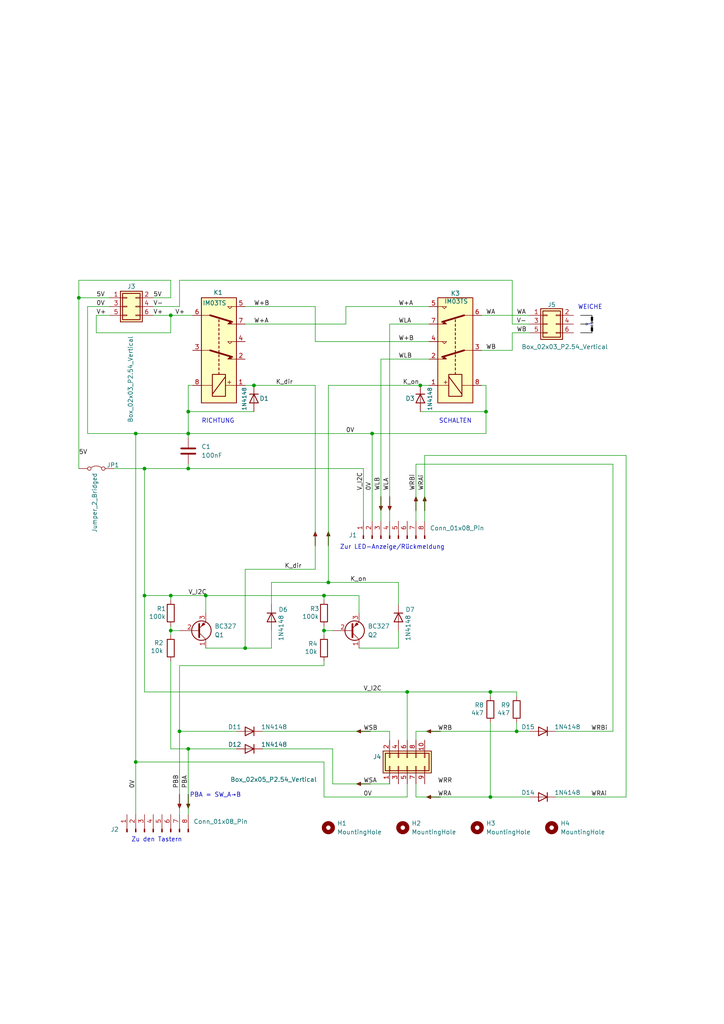
<source format=kicad_sch>
(kicad_sch (version 20231120) (generator "eeschema") (generator_version "8.0")
  (paper "A4" portrait)
  (title_block (date "2024-11-24"))
  (lib_symbols
    (symbol "Connector:Conn_01x08_Pin" (pin_names (offset 1.016) hide)
      (property "Reference" "J" (at 0 10.16 0))
      (property "Value" "Conn_01x08_Pin" (at 0 -12.7 0))
      (symbol "Conn_01x08_Pin_1_1"
        (polyline (pts (xy 1.27 -10.16) (xy 0.8636 -10.16)) (stroke (width 0.1524)))
        (polyline (pts (xy 1.27 -7.62) (xy 0.8636 -7.62)) (stroke (width 0.1524)))
        (polyline (pts (xy 1.27 -5.08) (xy 0.8636 -5.08)) (stroke (width 0.1524)))
        (polyline (pts (xy 1.27 -2.54) (xy 0.8636 -2.54)) (stroke (width 0.1524)))
        (polyline (pts (xy 1.27 0) (xy 0.8636 0)) (stroke (width 0.1524)))
        (polyline (pts (xy 1.27 2.54) (xy 0.8636 2.54)) (stroke (width 0.1524)))
        (polyline (pts (xy 1.27 5.08) (xy 0.8636 5.08)) (stroke (width 0.1524)))
        (polyline (pts (xy 1.27 7.62) (xy 0.8636 7.62)) (stroke (width 0.1524)))
        (rectangle (start 0.8636 -10.033) (end 0 -10.287) (stroke (width 0.1524)) (fill (type outline)))
        (rectangle (start 0.8636 -7.493) (end 0 -7.747) (stroke (width 0.1524)) (fill (type outline)))
        (rectangle (start 0.8636 -4.953) (end 0 -5.207) (stroke (width 0.1524)) (fill (type outline)))
        (rectangle (start 0.8636 -2.413) (end 0 -2.667) (stroke (width 0.1524)) (fill (type outline)))
        (rectangle (start 0.8636 0.127) (end 0 -0.127) (stroke (width 0.1524)) (fill (type outline)))
        (rectangle (start 0.8636 2.667) (end 0 2.413) (stroke (width 0.1524)) (fill (type outline)))
        (rectangle (start 0.8636 5.207) (end 0 4.953) (stroke (width 0.1524)) (fill (type outline)))
        (rectangle (start 0.8636 7.747) (end 0 7.493) (stroke (width 0.1524)) (fill (type outline)))
        (pin passive line (at 5.08 7.62 180) (length 3.81) (name "Pin_1") (number "1"))
        (pin passive line (at 5.08 5.08 180) (length 3.81) (name "Pin_2") (number "2"))
        (pin passive line (at 5.08 2.54 180) (length 3.81) (name "Pin_3") (number "3"))
        (pin passive line (at 5.08 0 180) (length 3.81) (name "Pin_4") (number "4"))
        (pin passive line (at 5.08 -2.54 180) (length 3.81) (name "Pin_5") (number "5"))
        (pin passive line (at 5.08 -5.08 180) (length 3.81) (name "Pin_6") (number "6"))
        (pin passive line (at 5.08 -7.62 180) (length 3.81) (name "Pin_7") (number "7"))
        (pin passive line (at 5.08 -10.16 180) (length 3.81) (name "Pin_8") (number "8"))
      )
    )
    (symbol "Device:C" (pin_numbers hide) (pin_names (offset 0.254))
      (property "Reference" "C" (at 0.635 2.54 0))
      (property "Value" "C" (at 0.635 -2.54 0))
      (symbol "C_0_1"
        (polyline (pts (xy -2.032 -0.762) (xy 2.032 -0.762)) (stroke (width 0.508)))
        (polyline (pts (xy -2.032 0.762) (xy 2.032 0.762)) (stroke (width 0.508)))
      )
      (symbol "C_1_1"
        (pin passive line (at 0 3.81 270) (length 2.794) (name "~") (number "1"))
        (pin passive line (at 0 -3.81 90) (length 2.794) (name "~") (number "2"))
      )
    )
    (symbol "Device:R" (pin_numbers hide) (pin_names (offset 0))
      (property "Reference" "R" (at 2.032 0 90))
      (property "Value" "R" (at 0 0 90))
      (symbol "R_0_1"
        (rectangle (start -1.016 -2.54) (end 1.016 2.54) (stroke (width 0.254)))
      )
      (symbol "R_1_1"
        (pin passive line (at 0 3.81 270) (length 1.27) (name "~") (number "1"))
        (pin passive line (at 0 -3.81 90) (length 1.27) (name "~") (number "2"))
      )
    )
    (symbol "Diode:1N4148" (pin_numbers hide) (pin_names hide)
      (property "Reference" "D" (at 0 2.54 0))
      (property "Value" "1N4148" (at 0 -2.54 0))
      (symbol "1N4148_0_1"
        (polyline (pts (xy -1.27 1.27) (xy -1.27 -1.27)) (stroke (width 0.254)))
        (polyline (pts (xy 1.27 0) (xy -1.27 0)))
        (polyline (pts (xy 1.27 1.27) (xy 1.27 -1.27) (xy -1.27 0) (xy 1.27 1.27)) (stroke (width 0.254)))
      )
      (symbol "1N4148_1_1"
        (pin passive line (at -3.81 0 0) (length 2.54) (name "K") (number "1"))
        (pin passive line (at 3.81 0 180) (length 2.54) (name "A") (number "2"))
      )
    )
    (symbol "Graphic:SYM_Arrow_Small" (in_bom no) (on_board no)
      (symbol "SYM_Arrow_Small_0_1"
        (polyline (pts (xy 1.524 0) (xy -2.032 0)) (stroke (width 0.254)))
        (polyline (pts (xy 2.032 0) (xy 0.762 -0.508) (xy 0.762 0.508) (xy 2.032 0)) (fill (type outline)))
      )
    )
    (symbol "Jumper:Jumper_2_Bridged" (pin_numbers hide) (pin_names (offset 0) hide) (exclude_from_sim yes)
      (property "Reference" "JP" (at 0 1.905 0))
      (property "Value" "Jumper_2_Bridged" (at 0 -2.54 0))
      (symbol "Jumper_2_Bridged_0_0"
        (circle (center -2.032 0) (radius 0.508))
        (circle (center 2.032 0) (radius 0.508))
      )
      (symbol "Jumper_2_Bridged_0_1"
        (arc (start 1.524 0.254) (mid 0 0.762) (end -1.524 0.254))
      )
      (symbol "Jumper_2_Bridged_1_1"
        (pin passive line (at -5.08 0 0) (length 2.54) (name "A") (number "1"))
        (pin passive line (at 5.08 0 180) (length 2.54) (name "B") (number "2"))
      )
    )
    (symbol "Relay:IM03"
      (property "Reference" "K" (at 16.51 3.81 0))
      (property "Value" "IM03" (at 16.51 1.27 0))
      (symbol "IM03_0_0"
        (text "+" (at -9.271 2.921 0) (effects (font (size 1.27 1.27))))
      )
      (symbol "IM03_0_1"
        (rectangle (start -15.24 5.08) (end 15.24 -5.08) (stroke (width 0.254)) (fill (type background)))
        (rectangle (start -13.335 1.905) (end -6.985 -1.905) (stroke (width 0.254)))
        (polyline (pts (xy -12.7 -1.905) (xy -7.62 1.905)) (stroke (width 0.254)))
        (polyline (pts (xy -10.16 -5.08) (xy -10.16 -1.905)))
        (polyline (pts (xy -10.16 5.08) (xy -10.16 1.905)))
        (polyline (pts (xy -6.985 0) (xy -6.35 0)) (stroke (width 0.254)))
        (polyline (pts (xy -5.715 0) (xy -5.08 0)) (stroke (width 0.254)))
        (polyline (pts (xy -4.445 0) (xy -3.81 0)) (stroke (width 0.254)))
        (polyline (pts (xy -3.175 0) (xy -2.54 0)) (stroke (width 0.254)))
        (polyline (pts (xy -1.905 0) (xy -1.27 0)) (stroke (width 0.254)))
        (polyline (pts (xy -0.635 0) (xy 0 0)) (stroke (width 0.254)))
        (polyline (pts (xy 0 -2.54) (xy -1.905 3.81)) (stroke (width 0.508)))
        (polyline (pts (xy 0 -2.54) (xy 0 -5.08)))
        (polyline (pts (xy 0.635 0) (xy 1.27 0)) (stroke (width 0.254)))
        (polyline (pts (xy 1.905 0) (xy 2.54 0)) (stroke (width 0.254)))
        (polyline (pts (xy 3.175 0) (xy 3.81 0)) (stroke (width 0.254)))
        (polyline (pts (xy 4.445 0) (xy 5.08 0)) (stroke (width 0.254)))
        (polyline (pts (xy 5.715 0) (xy 6.35 0)) (stroke (width 0.254)))
        (polyline (pts (xy 6.985 0) (xy 7.62 0)) (stroke (width 0.254)))
        (polyline (pts (xy 8.255 0) (xy 8.89 0)) (stroke (width 0.254)))
        (polyline (pts (xy 10.16 -2.54) (xy 8.255 3.81)) (stroke (width 0.508)))
        (polyline (pts (xy 10.16 -2.54) (xy 10.16 -5.08)))
        (polyline (pts (xy -2.54 5.08) (xy -2.54 2.54) (xy -1.905 3.175) (xy -2.54 3.81)) (fill (type outline)))
        (polyline (pts (xy 2.54 5.08) (xy 2.54 2.54) (xy 1.905 3.175) (xy 2.54 3.81)))
        (polyline (pts (xy 7.62 5.08) (xy 7.62 2.54) (xy 8.255 3.175) (xy 7.62 3.81)) (fill (type outline)))
        (polyline (pts (xy 12.7 5.08) (xy 12.7 2.54) (xy 12.065 3.175) (xy 12.7 3.81)))
      )
      (symbol "IM03_1_1"
        (pin passive line (at -10.16 7.62 270) (length 2.54) (name "~") (number "1"))
        (pin passive line (at -2.54 7.62 270) (length 2.54) (name "~") (number "2"))
        (pin passive line (at 0 -7.62 90) (length 2.54) (name "~") (number "3"))
        (pin passive line (at 2.54 7.62 270) (length 2.54) (name "~") (number "4"))
        (pin passive line (at 12.7 7.62 270) (length 2.54) (name "~") (number "5"))
        (pin passive line (at 10.16 -7.62 90) (length 2.54) (name "~") (number "6"))
        (pin passive line (at 7.62 7.62 270) (length 2.54) (name "~") (number "7"))
        (pin passive line (at -10.16 -7.62 90) (length 2.54) (name "~") (number "8"))
      )
    )
    (symbol "Transistor_BJT:BC327" (pin_names (offset 0) hide)
      (property "Reference" "Q" (at 5.08 1.905 0))
      (property "Value" "BC327" (at 5.08 0 0))
      (symbol "BC327_0_1"
        (polyline (pts (xy 0.635 0.635) (xy 2.54 2.54)))
        (polyline (pts (xy 0.635 -0.635) (xy 2.54 -2.54) (xy 2.54 -2.54)))
        (polyline (pts (xy 0.635 1.905) (xy 0.635 -1.905) (xy 0.635 -1.905)) (stroke (width 0.508)))
        (polyline (pts (xy 2.286 -1.778) (xy 1.778 -2.286) (xy 1.27 -1.27) (xy 2.286 -1.778) (xy 2.286 -1.778)) (fill (type outline)))
        (circle (center 1.27 0) (radius 2.8194) (stroke (width 0.254)))
      )
      (symbol "BC327_1_1"
        (pin passive line (at 2.54 5.08 270) (length 2.54) (name "C") (number "1"))
        (pin input line (at -5.08 0 0) (length 5.715) (name "B") (number "2"))
        (pin passive line (at 2.54 -5.08 90) (length 2.54) (name "E") (number "3"))
      )
    )
    (symbol "_kh_library:Box_02x03_P2.54_Vertical" (pin_names (offset 1.016) hide)
      (property "Reference" "J" (at 1.27 5.588 0))
      (property "Value" "Box_02x03_P2.54_Vertical" (at 1.27 -6.35 0))
      (symbol "Box_02x03_P2.54_Vertical_1_1"
        (rectangle (start -1.905 4.445) (end 4.445 -4.445) (stroke (width 0.254)) (fill (type background)))
        (rectangle (start -1.27 -2.413) (end 0 -2.667) (stroke (width 0.1524)))
        (rectangle (start -1.27 0.127) (end 0 -0.127) (stroke (width 0.1524)))
        (rectangle (start -1.27 2.667) (end 0 2.413) (stroke (width 0.1524)))
        (rectangle (start -1.27 3.81) (end 3.81 -3.81) (stroke (width 0.254)) (fill (type background)))
        (rectangle (start 3.81 -2.413) (end 2.54 -2.667) (stroke (width 0.1524)))
        (rectangle (start 3.81 0.127) (end 2.54 -0.127) (stroke (width 0.1524)))
        (rectangle (start 3.81 2.667) (end 2.54 2.413) (stroke (width 0.1524)))
        (pin passive line (at -5.08 2.54 0) (length 3.81) (name "Pin_1") (number "1"))
        (pin passive line (at 7.62 2.54 180) (length 3.81) (name "Pin_2") (number "2"))
        (pin passive line (at -5.08 0 0) (length 3.81) (name "Pin_3") (number "3"))
        (pin passive line (at 7.62 0 180) (length 3.81) (name "Pin_4") (number "4"))
        (pin passive line (at -5.08 -2.54 0) (length 3.81) (name "Pin_5") (number "5"))
        (pin passive line (at 7.62 -2.54 180) (length 3.81) (name "Pin_6") (number "6"))
      )
    )
    (symbol "_kh_library:Box_02x05_P2.54_Vertical" (pin_names (offset 1.016) hide)
      (property "Reference" "J" (at 1.27 5.588 0))
      (property "Value" "Box_02x05_P2.54_Vertical" (at 1.27 -11.176 0))
      (symbol "Box_02x05_P2.54_Vertical_1_1"
        (rectangle (start -1.905 4.445) (end 4.445 -9.525) (stroke (width 0.254)) (fill (type background)))
        (rectangle (start -1.27 -7.493) (end 0 -7.747) (stroke (width 0.1524)))
        (rectangle (start -1.27 -4.953) (end 0 -5.207) (stroke (width 0.1524)))
        (rectangle (start -1.27 -2.413) (end 0 -2.667) (stroke (width 0.1524)))
        (rectangle (start -1.27 0.127) (end 0 -0.127) (stroke (width 0.1524)))
        (rectangle (start -1.27 2.667) (end 0 2.413) (stroke (width 0.1524)))
        (rectangle (start -1.27 3.81) (end 3.81 -8.89) (stroke (width 0.254)) (fill (type background)))
        (rectangle (start 2.54 -7.493) (end 3.81 -7.747) (stroke (width 0.1524)))
        (rectangle (start 2.54 -4.953) (end 3.81 -5.207) (stroke (width 0.1524)))
        (rectangle (start 2.54 -2.413) (end 3.81 -2.667) (stroke (width 0.1524)))
        (rectangle (start 3.81 0.127) (end 2.54 -0.127) (stroke (width 0.1524)))
        (rectangle (start 3.81 2.667) (end 2.54 2.413) (stroke (width 0.1524)))
        (pin passive line (at -5.08 2.54 0) (length 3.81) (name "Pin_1") (number "1"))
        (pin passive line (at 7.62 -7.62 180) (length 3.81) (name "Pin_10") (number "10"))
        (pin passive line (at 7.62 2.54 180) (length 3.81) (name "Pin_2") (number "2"))
        (pin passive line (at -5.08 0 0) (length 3.81) (name "Pin_3") (number "3"))
        (pin passive line (at 7.62 0 180) (length 3.81) (name "Pin_4") (number "4"))
        (pin passive line (at -5.08 -2.54 0) (length 3.81) (name "Pin_5") (number "5"))
        (pin passive line (at 7.62 -2.54 180) (length 3.81) (name "Pin_6") (number "6"))
        (pin passive line (at -5.08 -5.08 0) (length 3.81) (name "Pin_7") (number "7"))
        (pin passive line (at 7.62 -5.08 180) (length 3.81) (name "Pin_8") (number "8"))
        (pin passive line (at -5.08 -7.62 0) (length 3.81) (name "Pin_9") (number "9"))
      )
    )
    (symbol "_kh_library:MountingHole" (pin_names (offset 1.016)) (exclude_from_sim yes) (in_bom no)
      (property "Reference" "H" (at 0 5.08 0))
      (property "Value" "MountingHole" (at 0 3.175 0))
      (symbol "MountingHole_0_1"
        (circle (center 0 0) (radius 1.27) (stroke (width 1.27)))
      )
    )
  )
  (junction (at 142.24 200.66))
  (junction (at 49.53 182.88))
  (junction (at 52.07 212.09))
  (junction (at 121.92 111.76))
  (junction (at 73.66 111.76))
  (junction (at 49.53 172.72))
  (junction (at 93.98 182.88))
  (junction (at 39.37 125.73))
  (junction (at 54.61 119.38))
  (junction (at 142.24 231.14))
  (junction (at 71.12 187.96))
  (junction (at 140.97 119.38))
  (junction (at 54.61 135.89))
  (junction (at 118.11 200.66))
  (junction (at 149.86 212.09))
  (junction (at 39.37 220.98))
  (junction (at 107.95 125.73))
  (junction (at 59.69 172.72))
  (junction (at 93.98 172.72))
  (junction (at 95.25 168.91))
  (junction (at 49.53 91.44))
  (junction (at 54.61 125.73))
  (junction (at 41.91 135.89))
  (junction (at 22.86 86.36))
  (junction (at 41.91 172.72))
  (junction (at 54.61 217.17))
  (wire (pts (xy 161.29 231.14) (xy 181.61 231.14)))
  (wire (pts (xy 54.61 111.76) (xy 55.88 111.76)))
  (wire (pts (xy 91.44 111.76) (xy 73.66 111.76)))
  (wire (pts (xy 44.45 91.44) (xy 49.53 91.44)))
  (wire (pts (xy 104.14 187.96) (xy 115.57 187.96)))
  (wire (pts (xy 104.14 172.72) (xy 104.14 177.8)))
  (wire (pts (xy 25.4 88.9) (xy 25.4 125.73)))
  (wire (pts (xy 149.86 200.66) (xy 142.24 200.66)))
  (wire (pts (xy 148.59 93.98) (xy 153.67 93.98)))
  (wire (pts (xy 78.74 168.91) (xy 95.25 168.91)))
  (wire (pts (xy 113.03 93.98) (xy 124.46 93.98)))
  (wire (pts (xy 149.86 212.09) (xy 153.67 212.09)))
  (wire (pts (xy 41.91 172.72) (xy 49.53 172.72)))
  (wire (pts (xy 120.65 231.14) (xy 120.65 227.33)))
  (wire (pts (xy 52.07 212.09) (xy 52.07 236.22)))
  (wire (pts (xy 120.65 212.09) (xy 149.86 212.09)))
  (wire (pts (xy 39.37 236.22) (xy 39.37 220.98)))
  (wire (pts (xy 76.2 217.17) (xy 96.52 217.17)))
  (wire (pts (xy 71.12 165.1) (xy 71.12 187.96)))
  (wire (pts (xy 59.69 187.96) (xy 71.12 187.96)))
  (wire (pts (xy 118.11 231.14) (xy 118.11 227.33)))
  (wire (pts (xy 25.4 88.9) (xy 31.75 88.9)))
  (wire (pts (xy 49.53 81.28) (xy 22.86 81.28)))
  (wire (pts (xy 27.94 91.44) (xy 27.94 96.52)))
  (wire (pts (xy 22.86 86.36) (xy 22.86 135.89)))
  (wire (pts (xy 71.12 93.98) (xy 100.33 93.98)))
  (wire (pts (xy 59.69 172.72) (xy 59.69 177.8)))
  (wire (pts (xy 124.46 99.06) (xy 91.44 99.06)))
  (wire (pts (xy 76.2 212.09) (xy 113.03 212.09)))
  (wire (pts (xy 93.98 231.14) (xy 118.11 231.14)))
  (wire (pts (xy 121.92 119.38) (xy 140.97 119.38)))
  (wire (pts (xy 115.57 182.88) (xy 115.57 187.96)))
  (wire (pts (xy 49.53 91.44) (xy 55.88 91.44)))
  (wire (pts (xy 39.37 125.73) (xy 39.37 220.98)))
  (polyline (pts (xy 170.18 91.44) (xy 171.704 91.44)) (stroke (width 0) (color 0 0 0 1)))
  (wire (pts (xy 52.07 212.09) (xy 68.58 212.09)))
  (wire (pts (xy 27.94 96.52) (xy 49.53 96.52)))
  (wire (pts (xy 123.19 132.08) (xy 123.19 151.13)))
  (wire (pts (xy 52.07 193.04) (xy 93.98 193.04)))
  (wire (pts (xy 181.61 132.08) (xy 181.61 231.14)))
  (wire (pts (xy 113.03 93.98) (xy 113.03 151.13)))
  (wire (pts (xy 93.98 182.88) (xy 93.98 184.15)))
  (wire (pts (xy 91.44 99.06) (xy 91.44 88.9)))
  (wire (pts (xy 68.58 217.17) (xy 54.61 217.17)))
  (wire (pts (xy 118.11 200.66) (xy 142.24 200.66)))
  (wire (pts (xy 27.94 91.44) (xy 31.75 91.44)))
  (wire (pts (xy 41.91 135.89) (xy 54.61 135.89)))
  (wire (pts (xy 110.49 104.14) (xy 124.46 104.14)))
  (wire (pts (xy 73.66 119.38) (xy 54.61 119.38)))
  (wire (pts (xy 118.11 200.66) (xy 118.11 214.63)))
  (wire (pts (xy 93.98 220.98) (xy 93.98 231.14)))
  (wire (pts (xy 93.98 172.72) (xy 104.14 172.72)))
  (wire (pts (xy 93.98 182.88) (xy 96.52 182.88)))
  (wire (pts (xy 49.53 172.72) (xy 49.53 173.99)))
  (wire (pts (xy 96.52 227.33) (xy 113.03 227.33)))
  (wire (pts (xy 54.61 127) (xy 54.61 125.73)))
  (polyline (pts (xy 170.434 93.98) (xy 171.958 93.726)))
  (wire (pts (xy 93.98 181.61) (xy 93.98 182.88)))
  (wire (pts (xy 41.91 200.66) (xy 118.11 200.66)))
  (polyline (pts (xy 171.704 96.52) (xy 171.704 94.742)) (stroke (width 0) (color 0 0 0 1)))
  (wire (pts (xy 95.25 111.76) (xy 121.92 111.76)))
  (wire (pts (xy 105.41 135.89) (xy 105.41 151.13)))
  (wire (pts (xy 95.25 111.76) (xy 95.25 168.91)))
  (wire (pts (xy 44.45 88.9) (xy 52.07 88.9)))
  (wire (pts (xy 140.97 111.76) (xy 139.7 111.76)))
  (wire (pts (xy 39.37 220.98) (xy 93.98 220.98)))
  (wire (pts (xy 49.53 191.77) (xy 49.53 217.17)))
  (wire (pts (xy 148.59 81.28) (xy 148.59 93.98)))
  (wire (pts (xy 161.29 212.09) (xy 177.8 212.09)))
  (polyline (pts (xy 171.704 91.44) (xy 171.704 93.218)) (stroke (width 0) (color 0 0 0 1)))
  (wire (pts (xy 177.8 134.62) (xy 177.8 212.09)))
  (wire (pts (xy 110.49 151.13) (xy 110.49 104.14)))
  (wire (pts (xy 71.12 165.1) (xy 91.44 165.1)))
  (wire (pts (xy 120.65 134.62) (xy 120.65 151.13)))
  (wire (pts (xy 54.61 125.73) (xy 107.95 125.73)))
  (wire (pts (xy 142.24 231.14) (xy 153.67 231.14)))
  (polyline (pts (xy 168.402 91.44) (xy 170.18 91.44)) (stroke (width 0) (color 0 0 0 1)))
  (wire (pts (xy 95.25 168.91) (xy 115.57 168.91)))
  (wire (pts (xy 54.61 135.89) (xy 105.41 135.89)))
  (wire (pts (xy 149.86 209.55) (xy 149.86 212.09)))
  (polyline (pts (xy 168.402 93.98) (xy 169.926 93.98)) (stroke (width 0) (color 0 0 0 1)))
  (wire (pts (xy 93.98 172.72) (xy 59.69 172.72)))
  (wire (pts (xy 93.98 172.72) (xy 93.98 173.99)))
  (wire (pts (xy 49.53 91.44) (xy 49.53 96.52)))
  (wire (pts (xy 153.67 96.52) (xy 148.59 96.52)))
  (wire (pts (xy 78.74 175.26) (xy 78.74 168.91)))
  (wire (pts (xy 142.24 209.55) (xy 142.24 231.14)))
  (wire (pts (xy 49.53 181.61) (xy 49.53 182.88)))
  (wire (pts (xy 71.12 187.96) (xy 78.74 187.96)))
  (wire (pts (xy 120.65 212.09) (xy 120.65 214.63)))
  (wire (pts (xy 120.65 231.14) (xy 142.24 231.14)))
  (wire (pts (xy 107.95 125.73) (xy 140.97 125.73)))
  (wire (pts (xy 52.07 193.04) (xy 52.07 212.09)))
  (wire (pts (xy 100.33 93.98) (xy 100.33 88.9)))
  (wire (pts (xy 49.53 182.88) (xy 52.07 182.88)))
  (wire (pts (xy 52.07 81.28) (xy 52.07 88.9)))
  (wire (pts (xy 54.61 119.38) (xy 54.61 125.73)))
  (wire (pts (xy 96.52 217.17) (xy 96.52 227.33)))
  (wire (pts (xy 54.61 217.17) (xy 54.61 236.22)))
  (wire (pts (xy 113.03 212.09) (xy 113.03 214.63)))
  (wire (pts (xy 54.61 217.17) (xy 49.53 217.17)))
  (wire (pts (xy 22.86 86.36) (xy 31.75 86.36)))
  (wire (pts (xy 139.7 101.6) (xy 148.59 101.6)))
  (wire (pts (xy 121.92 111.76) (xy 124.46 111.76)))
  (wire (pts (xy 78.74 187.96) (xy 78.74 182.88)))
  (wire (pts (xy 49.53 86.36) (xy 49.53 81.28)))
  (wire (pts (xy 22.86 81.28) (xy 22.86 86.36)))
  (wire (pts (xy 177.8 134.62) (xy 120.65 134.62)))
  (wire (pts (xy 100.33 88.9) (xy 124.46 88.9)))
  (wire (pts (xy 49.53 182.88) (xy 49.53 184.15)))
  (wire (pts (xy 91.44 88.9) (xy 71.12 88.9)))
  (wire (pts (xy 123.19 132.08) (xy 181.61 132.08)))
  (wire (pts (xy 39.37 125.73) (xy 54.61 125.73)))
  (wire (pts (xy 25.4 125.73) (xy 39.37 125.73)))
  (wire (pts (xy 73.66 111.76) (xy 71.12 111.76)))
  (wire (pts (xy 41.91 172.72) (xy 41.91 200.66)))
  (wire (pts (xy 107.95 125.73) (xy 107.95 151.13)))
  (wire (pts (xy 93.98 193.04) (xy 93.98 191.77)))
  (wire (pts (xy 139.7 91.44) (xy 153.67 91.44)))
  (wire (pts (xy 140.97 119.38) (xy 140.97 111.76)))
  (wire (pts (xy 44.45 86.36) (xy 49.53 86.36)))
  (polyline (pts (xy 170.18 96.52) (xy 171.704 96.52)) (stroke (width 0) (color 0 0 0 1)))
  (wire (pts (xy 149.86 201.93) (xy 149.86 200.66)))
  (wire (pts (xy 148.59 81.28) (xy 52.07 81.28)))
  (wire (pts (xy 142.24 200.66) (xy 142.24 201.93)))
  (wire (pts (xy 140.97 119.38) (xy 140.97 125.73)))
  (wire (pts (xy 41.91 135.89) (xy 41.91 172.72)))
  (wire (pts (xy 33.02 135.89) (xy 41.91 135.89)))
  (wire (pts (xy 115.57 168.91) (xy 115.57 175.26)))
  (wire (pts (xy 148.59 96.52) (xy 148.59 101.6)))
  (wire (pts (xy 91.44 111.76) (xy 91.44 165.1)))
  (wire (pts (xy 54.61 119.38) (xy 54.61 111.76)))
  (wire (pts (xy 54.61 134.62) (xy 54.61 135.89)))
  (wire (pts (xy 49.53 172.72) (xy 59.69 172.72)))
  (polyline (pts (xy 168.402 96.52) (xy 170.18 96.52)) (stroke (width 0) (color 0 0 0 1)))
  (rectangle (start 171.45 91.948) (end 171.958 92.964) (stroke (width 0) (color 0 0 0 1)) (fill (type color) (color 0 0 0 1)))
  (circle (center 171.704 94.488) (radius 0.254) (stroke (width 0) (color 0 0 0 1)))
  (rectangle (start 171.45 96.012) (end 171.958 94.996) (stroke (width 0) (color 0 0 0 1)) (fill (type color) (color 0 0 0 1)))
  (circle (center 171.704 93.472) (radius 0.254) (stroke (width 0) (color 0 0 0 1)))
  (circle (center 170.18 93.98) (radius 0.254) (stroke (width 0) (color 0 0 0 1)))
  (text "SCHALTEN" (at 132.08 122.174 0) (effects (font (size 1.27 1.27))))
  (text "WEICHE" (at 171.196 89.154 0) (effects (font (size 1.27 1.27))))
  (text "PBA = SW_A→B" (at 62.484 230.632 0) (effects (font (size 1.27 1.27))))
  (text "RICHTUNG" (at 63.246 122.174 0) (effects (font (size 1.27 1.27))))
  (text "Zu den Tastern" (at 45.466 243.586 0) (effects (font (size 1.27 1.27))))
  (text "Zur LED-Anzeige/Rückmeldung" (at 113.792 158.75 0) (effects (font (size 1.27 1.27))))
  (label "0V" (at 27.94 88.9 0))
  (label "WRA" (at 127 231.14 0))
  (label "WLA" (at 115.57 93.98 0))
  (label "WLB" (at 110.49 142.24 90))
  (label "W+B" (at 73.66 88.9 0))
  (label "V_I2C" (at 105.41 142.24 90))
  (label "0V" (at 39.37 228.6 90))
  (label "PBB" (at 52.07 228.6 90))
  (label "WRBi" (at 171.45 212.09 0))
  (label "0V" (at 107.95 142.24 90))
  (label "WB" (at 149.86 96.52 0))
  (label "WRB" (at 127 212.09 0))
  (label "PBA" (at 54.61 228.6 90))
  (label "WLB" (at 115.57 104.14 0))
  (label "V+" (at 50.8 91.44 0))
  (label "WB" (at 140.97 101.6 0))
  (label "WRAi" (at 123.19 142.24 90))
  (label "5V" (at 22.86 132.08 0))
  (label "WSB" (at 105.41 212.09 0))
  (label "0V" (at 105.41 231.14 0))
  (label "K_on" (at 116.84 111.76 0))
  (label "WRAi" (at 171.45 231.14 0))
  (label "WA" (at 140.97 91.44 0))
  (label "5V" (at 27.94 86.36 0))
  (label "V_I2C" (at 105.41 200.66 0))
  (label "K_dir" (at 82.55 165.1 0))
  (label "K_dir" (at 80.01 111.76 0))
  (label "WA" (at 149.86 91.44 0))
  (label "V-" (at 149.86 93.98 0))
  (label "W+B" (at 115.57 99.06 0))
  (label "WSA" (at 105.41 227.33 0))
  (label "WLA" (at 113.03 142.24 90))
  (label "V+" (at 44.45 91.44 0))
  (label "0V" (at 100.33 125.73 0))
  (label "W+A" (at 115.57 88.9 0))
  (label "5V" (at 44.45 86.36 0))
  (label "V_I2C" (at 54.61 172.72 0))
  (label "V-" (at 44.45 88.9 0))
  (label "WRR" (at 127 227.33 0))
  (label "WRBi" (at 120.65 142.24 90))
  (label "V+" (at 27.94 91.44 0))
  (label "K_on" (at 101.6 168.91 0))
  (label "W+A" (at 73.66 93.98 0))
  (symbol (lib_id "Device:C") (at 54.61 130.81 0) (unit 1)
    (property "Reference" "C1" (at 58.42 129.5399 0) (effects (justify left)))
    (property "Value" "100nF" (at 58.42 132.0799 0) (effects (justify left)))
    (property "Footprint" "_kh_library:C_Rect_L7.0mm_W2.0mm_P5.00mm_kh" (effects (hide yes)))
    (property "Description" "Unpolarized capacitor" (effects (hide yes)))
  )
  (symbol (lib_id "_kh_library:MountingHole") (at 138.43 240.03 0) (unit 1) (exclude_from_sim yes) (in_bom no)
    (property "Reference" "H3" (at 140.97 238.7599 0) (effects (justify left)))
    (property "Value" "MountingHole" (at 140.97 241.2999 0) (effects (justify left)))
    (property "Footprint" "_kh_library:MountingHole_2.2mm_M2_Pad_TopBottom_kh" (effects (hide yes)))
    (property "Description" "Mounting Hole without connection" (effects (hide yes)))
  )
  (symbol (lib_id "Graphic:SYM_Arrow_Small") (at 52.07 232.41 270) (unit 1) (exclude_from_sim yes) (in_bom no) (on_board no)
    (property "Reference" "#SYM14" (effects (hide yes)))
    (property "Value" "SYM_Arrow_Small" (effects (hide yes)))
    (property "Description" "Filled arrow, 160mil" (effects (hide yes)))
  )
  (symbol (lib_id "Graphic:SYM_Arrow_Small") (at 54.61 232.41 270) (unit 1) (exclude_from_sim yes) (in_bom no) (on_board no)
    (property "Reference" "#SYM13" (effects (hide yes)))
    (property "Value" "SYM_Arrow_Small" (effects (hide yes)))
    (property "Description" "Filled arrow, 160mil" (effects (hide yes)))
  )
  (symbol (lib_id "Diode:1N4148") (at 78.74 179.07 270) (unit 1)
    (property "Reference" "D6" (at 80.772 176.784 90) (effects (justify left)))
    (property "Value" "1N4148" (at 81.534 178.308 0) (effects (justify left)))
    (property "Footprint" "_kh_library:D_DO-35_SOD27_P2.54mm_Vertical_AnodeUp_kh" (effects (hide yes)))
    (property "Datasheet" "https://assets.nexperia.com/documents/data-sheet/1N4148_1N4448.pdf" (effects (hide yes)))
    (property "Description" "100V 0.15A standard switching diode, DO-35" (effects (hide yes)))
    (property "Sim.Device" "D" (effects (hide yes)))
    (property "Sim.Pins" "1=K 2=A" (effects (hide yes)))
  )
  (symbol (lib_id "Transistor_BJT:BC327") (at 101.6 182.88 0) (mirror x) (unit 1)
    (property "Reference" "Q2" (at 106.68 184.1501 0) (effects (justify left)))
    (property "Value" "BC327" (at 106.68 181.6101 0) (effects (justify left)))
    (property "Footprint" "_kh_library:TO-92_Inline_Wide_custom" (effects (hide yes)))
    (property "Datasheet" "http://www.onsemi.com/pub_link/Collateral/BC327-D.PDF" (effects (hide yes)))
    (property "Description" "0.8A Ic, 45V Vce, PNP Transistor, TO-92" (effects (hide yes)))
  )
  (symbol (lib_id "_kh_library:Box_02x03_P2.54_Vertical") (at 158.75 93.98 0) (unit 1)
    (property "Reference" "J5" (at 160.02 88.392 0))
    (property "Value" "Box_02x03_P2.54_Vertical" (at 163.83 100.584 0))
    (property "Footprint" "_kh_library:Box_02x03_P2.54mm_Vertical_kh" (effects (hide yes)))
    (property "Description" "Box Header connector, double row, 02x03, odd/even pin numbering scheme" (effects (hide yes)))
  )
  (symbol (lib_id "Connector:Conn_01x08_Pin") (at 113.03 156.21 90) (unit 1)
    (property "Reference" "J1" (at 102.362 155.194 90))
    (property "Value" "Conn_01x08_Pin" (at 132.588 153.162 90))
    (property "Footprint" "_kh_library:PinHeader_1x08_P2.54mm_Vertical_kh" (effects (hide yes)))
    (property "Description" "Generic connector, single row, 01x08, script generated" (effects (hide yes)))
  )
  (symbol (lib_id "Graphic:SYM_Arrow_Small") (at 123.19 146.05 90) (unit 1) (exclude_from_sim yes) (in_bom no) (on_board no)
    (property "Reference" "#SYM4" (effects (hide yes)))
    (property "Value" "SYM_Arrow_Small" (effects (hide yes)))
    (property "Description" "Filled arrow, 160mil" (effects (hide yes)))
  )
  (symbol (lib_id "Transistor_BJT:BC327") (at 57.15 182.88 0) (mirror x) (unit 1)
    (property "Reference" "Q1" (at 62.23 184.1501 0) (effects (justify left)))
    (property "Value" "BC327" (at 62.23 181.6101 0) (effects (justify left)))
    (property "Footprint" "_kh_library:TO-92_Inline_Wide_custom" (effects (hide yes)))
    (property "Datasheet" "http://www.onsemi.com/pub_link/Collateral/BC327-D.PDF" (effects (hide yes)))
    (property "Description" "0.8A Ic, 45V Vce, PNP Transistor, TO-92" (effects (hide yes)))
  )
  (symbol (lib_id "Graphic:SYM_Arrow_Small") (at 113.03 146.05 270) (unit 1) (exclude_from_sim yes) (in_bom no) (on_board no)
    (property "Reference" "#SYM2" (effects (hide yes)))
    (property "Value" "SYM_Arrow_Small" (effects (hide yes)))
    (property "Description" "Filled arrow, 160mil" (effects (hide yes)))
  )
  (symbol (lib_id "Device:R") (at 142.24 205.74 0) (unit 1)
    (property "Reference" "R8" (at 137.668 204.47 0) (effects (justify left)))
    (property "Value" "4k7" (at 136.652 206.756 0) (effects (justify left)))
    (property "Footprint" "_kh_library:R_Axial_P1.778mm_Vertical_kh" (effects (hide yes)))
  )
  (symbol (lib_id "Diode:1N4148") (at 72.39 212.09 180) (unit 1)
    (property "Reference" "D11" (at 68.072 210.82 0))
    (property "Value" "1N4148" (at 79.502 210.82 0))
    (property "Footprint" "_kh_library:D_DO-35_P2.0mm_Vertical_AnodeUp_kh" (effects (hide yes)))
    (property "Datasheet" "https://assets.nexperia.com/documents/data-sheet/1N4148_1N4448.pdf" (effects (hide yes)))
    (property "Description" "100V 0.15A standard switching diode, DO-35" (effects (hide yes)))
    (property "Sim.Device" "D" (effects (hide yes)))
    (property "Sim.Pins" "1=K 2=A" (effects (hide yes)))
  )
  (symbol (lib_id "Device:R") (at 93.98 177.8 0) (unit 1)
    (property "Reference" "R3" (at 89.916 176.53 0) (effects (justify left)))
    (property "Value" "100k" (at 87.63 178.816 0) (effects (justify left)))
    (property "Footprint" "Resistor_THT:R_Axial_DIN0204_L3.6mm_D1.6mm_P2.54mm_Vertical" (effects (hide yes)))
  )
  (symbol (lib_id "Jumper:Jumper_2_Bridged") (at 27.94 135.89 0) (unit 1) (exclude_from_sim yes)
    (property "Reference" "JP1" (at 32.766 134.874 0))
    (property "Value" "Jumper_2_Bridged" (at 27.432 145.796 90))
    (property "Footprint" "Jumper:SolderJumper-2_P1.3mm_Bridged_Pad1.0x1.5mm" (effects (hide yes)))
    (property "Description" "Jumper, 2-pole, closed/bridged" (effects (hide yes)))
  )
  (symbol (lib_id "Graphic:SYM_Arrow_Small") (at 91.44 156.21 90) (unit 1) (exclude_from_sim yes) (in_bom no) (on_board no)
    (property "Reference" "#SYM16" (effects (hide yes)))
    (property "Value" "SYM_Arrow_Small" (effects (hide yes)))
    (property "Description" "Filled arrow, 160mil" (effects (hide yes)))
  )
  (symbol (lib_id "_kh_library:MountingHole") (at 160.02 240.03 0) (unit 1) (exclude_from_sim yes) (in_bom no)
    (property "Reference" "H4" (at 162.56 238.7599 0) (effects (justify left)))
    (property "Value" "MountingHole" (at 162.56 241.2999 0) (effects (justify left)))
    (property "Footprint" "_kh_library:MountingHole_2.2mm_M2_Pad_TopBottom_kh" (effects (hide yes)))
    (property "Description" "Mounting Hole without connection" (effects (hide yes)))
  )
  (symbol (lib_id "Device:R") (at 149.86 205.74 0) (unit 1)
    (property "Reference" "R9" (at 145.288 204.47 0) (effects (justify left)))
    (property "Value" "4k7" (at 144.272 206.756 0) (effects (justify left)))
    (property "Footprint" "_kh_library:R_Axial_P1.778mm_Vertical_kh" (effects (hide yes)))
  )
  (symbol (lib_id "_kh_library:Box_02x03_P2.54_Vertical") (at 36.83 88.9 0) (unit 1)
    (property "Reference" "J3" (at 38.1 83.058 0))
    (property "Value" "Box_02x03_P2.54_Vertical" (at 37.846 109.982 90))
    (property "Footprint" "_kh_library:Box_02x03_P2.54mm_Vertical_kh" (effects (hide yes)))
    (property "Description" "Box Header connector, double row, 02x03, odd/even pin numbering scheme" (effects (hide yes)))
  )
  (symbol (lib_id "Diode:1N4148") (at 121.92 115.57 270) (unit 1)
    (property "Reference" "D3" (at 117.602 115.57 90) (effects (justify left)))
    (property "Value" "1N4148" (at 124.714 112.268 0) (effects (font (size 1.143 1.143)) (justify left)))
    (property "Footprint" "_kh_library:D_DO-35_SOD27_P5.08mm_Vertical_AnodeUp_kh" (effects (hide yes)))
    (property "Datasheet" "https://assets.nexperia.com/documents/data-sheet/1N4148_1N4448.pdf" (effects (hide yes)))
    (property "Description" "100V 0.15A standard switching diode, DO-35" (effects (hide yes)))
    (property "Sim.Device" "D" (effects (hide yes)))
    (property "Sim.Pins" "1=K 2=A" (effects (hide yes)))
  )
  (symbol (lib_id "Graphic:SYM_Arrow_Small") (at 105.41 212.09 180) (unit 1) (exclude_from_sim yes) (in_bom no) (on_board no)
    (property "Reference" "#SYM12" (effects (hide yes)))
    (property "Value" "SYM_Arrow_Small" (effects (hide yes)))
    (property "Description" "Filled arrow, 160mil" (effects (hide yes)))
  )
  (symbol (lib_id "Diode:1N4148") (at 72.39 217.17 180) (unit 1)
    (property "Reference" "D12" (at 68.072 215.9 0))
    (property "Value" "1N4148" (at 79.502 215.9 0))
    (property "Footprint" "_kh_library:D_DO-35_P2.0mm_Vertical_AnodeUp_kh" (effects (hide yes)))
    (property "Datasheet" "https://assets.nexperia.com/documents/data-sheet/1N4148_1N4448.pdf" (effects (hide yes)))
    (property "Description" "100V 0.15A standard switching diode, DO-35" (effects (hide yes)))
    (property "Sim.Device" "D" (effects (hide yes)))
    (property "Sim.Pins" "1=K 2=A" (effects (hide yes)))
  )
  (symbol (lib_id "_kh_library:MountingHole") (at 116.84 240.03 0) (unit 1) (exclude_from_sim yes) (in_bom no)
    (property "Reference" "H2" (at 119.38 238.7599 0) (effects (justify left)))
    (property "Value" "MountingHole" (at 119.38 241.2999 0) (effects (justify left)))
    (property "Footprint" "_kh_library:MountingHole_2.2mm_M2_Pad_TopBottom_kh" (effects (hide yes)))
    (property "Description" "Mounting Hole without connection" (effects (hide yes)))
  )
  (symbol (lib_id "Device:R") (at 49.53 177.8 0) (unit 1)
    (property "Reference" "R1" (at 45.466 176.53 0) (effects (justify left)))
    (property "Value" "100k" (at 43.18 178.816 0) (effects (justify left)))
    (property "Footprint" "Resistor_THT:R_Axial_DIN0204_L3.6mm_D1.6mm_P2.54mm_Vertical" (effects (hide yes)))
  )
  (symbol (lib_id "_kh_library:MountingHole") (at 95.25 240.03 0) (unit 1) (exclude_from_sim yes) (in_bom no)
    (property "Reference" "H1" (at 97.79 238.7599 0) (effects (justify left)))
    (property "Value" "MountingHole" (at 97.79 241.2999 0) (effects (justify left)))
    (property "Footprint" "_kh_library:MountingHole_2.2mm_M2_Pad_TopBottom_kh" (effects (hide yes)))
    (property "Description" "Mounting Hole without connection" (effects (hide yes)))
  )
  (symbol (lib_id "Relay:IM03") (at 63.5 101.6 270) (mirror x) (unit 1)
    (property "Reference" "K1" (at 63.246 84.836 90))
    (property "Value" "IM03TS" (at 62.23 87.884 90))
    (property "Footprint" "_kh_library:Relay_DPDT_AXICOM_IMSeries_Pitch5.08mm_rect_Pins" (effects (hide yes)))
    (property "Datasheet" "http://www.te.com/commerce/DocumentDelivery/DDEController?Action=srchrtrv&DocNm=108-98001&DocType=SS&DocLang=EN" (effects (hide yes)))
    (property "Description" "IM Relay, standard version, monostable, switching current 2/5A, power 60W/62.5VA, voltage 220VDC/250VAC" (effects (hide yes)))
  )
  (symbol (lib_id "Relay:IM03") (at 132.08 101.6 90) (unit 1)
    (property "Reference" "K3" (at 132.08 85.09 90))
    (property "Value" "IM03TS" (at 132.334 87.376 90))
    (property "Footprint" "_kh_library:Relay_DPDT_AXICOM_IMSeries_Pitch5.08mm_rect_Pins" (effects (hide yes)))
    (property "Datasheet" "http://www.te.com/commerce/DocumentDelivery/DDEController?Action=srchrtrv&DocNm=108-98001&DocType=SS&DocLang=EN" (effects (hide yes)))
    (property "Description" "IM Relay, standard version, monostable, switching current 2/5A, power 60W/62.5VA, voltage 220VDC/250VAC" (effects (hide yes)))
  )
  (symbol (lib_id "Connector:Conn_01x08_Pin") (at 44.45 241.3 90) (unit 1)
    (property "Reference" "J2" (at 33.274 240.538 90))
    (property "Value" "Conn_01x08_Pin" (at 64.008 238.252 90))
    (property "Footprint" "_kh_library:PinHeader_1x08_P2.54mm_Vertical_kh" (effects (hide yes)))
    (property "Description" "Generic connector, single row, 01x08, script generated" (effects (hide yes)))
  )
  (symbol (lib_id "Graphic:SYM_Arrow_Small") (at 125.73 212.09 180) (unit 1) (exclude_from_sim yes) (in_bom no) (on_board no)
    (property "Reference" "#SYM7" (effects (hide yes)))
    (property "Value" "SYM_Arrow_Small" (effects (hide yes)))
    (property "Description" "Filled arrow, 160mil" (effects (hide yes)))
  )
  (symbol (lib_id "Graphic:SYM_Arrow_Small") (at 120.65 146.05 90) (unit 1) (exclude_from_sim yes) (in_bom no) (on_board no)
    (property "Reference" "#SYM5" (effects (hide yes)))
    (property "Value" "SYM_Arrow_Small" (effects (hide yes)))
    (property "Description" "Filled arrow, 160mil" (effects (hide yes)))
  )
  (symbol (lib_id "_kh_library:Box_02x05_P2.54_Vertical") (at 115.57 222.25 90) (unit 1)
    (property "Reference" "J4" (at 108.204 219.456 90) (effects (justify right)))
    (property "Value" "Box_02x05_P2.54_Vertical" (at 66.802 226.06 90) (effects (justify right)))
    (property "Footprint" "_kh_library:Box_02x05_P2.54mm_Vertical_kh" (effects (hide yes)))
    (property "Description" "Box Header connector, double row, 02x05, odd/even pin numbering scheme" (effects (hide yes)))
  )
  (symbol (lib_id "Graphic:SYM_Arrow_Small") (at 125.73 231.14 180) (unit 1) (exclude_from_sim yes) (in_bom no) (on_board no)
    (property "Reference" "#SYM9" (effects (hide yes)))
    (property "Value" "SYM_Arrow_Small" (effects (hide yes)))
    (property "Description" "Filled arrow, 160mil" (effects (hide yes)))
  )
  (symbol (lib_id "Graphic:SYM_Arrow_Small") (at 95.25 156.21 90) (unit 1) (exclude_from_sim yes) (in_bom no) (on_board no)
    (property "Reference" "#SYM18" (effects (hide yes)))
    (property "Value" "SYM_Arrow_Small" (effects (hide yes)))
    (property "Description" "Filled arrow, 160mil" (effects (hide yes)))
  )
  (symbol (lib_id "Device:R") (at 93.98 187.96 0) (unit 1)
    (property "Reference" "R4" (at 89.408 186.69 0) (effects (justify left)))
    (property "Value" "10k" (at 88.392 188.976 0) (effects (justify left)))
    (property "Footprint" "Resistor_THT:R_Axial_DIN0204_L3.6mm_D1.6mm_P2.54mm_Vertical" (effects (hide yes)))
  )
  (symbol (lib_id "Graphic:SYM_Arrow_Small") (at 105.41 227.33 180) (unit 1) (exclude_from_sim yes) (in_bom no) (on_board no)
    (property "Reference" "#SYM11" (effects (hide yes)))
    (property "Value" "SYM_Arrow_Small" (effects (hide yes)))
    (property "Description" "Filled arrow, 160mil" (effects (hide yes)))
  )
  (symbol (lib_id "Diode:1N4148") (at 115.57 179.07 270) (unit 1)
    (property "Reference" "D7" (at 117.602 176.784 90) (effects (justify left)))
    (property "Value" "1N4148" (at 118.364 178.308 0) (effects (justify left)))
    (property "Footprint" "_kh_library:D_DO-35_SOD27_P2.54mm_Vertical_AnodeUp_kh" (effects (hide yes)))
    (property "Datasheet" "https://assets.nexperia.com/documents/data-sheet/1N4148_1N4448.pdf" (effects (hide yes)))
    (property "Description" "100V 0.15A standard switching diode, DO-35" (effects (hide yes)))
    (property "Sim.Device" "D" (effects (hide yes)))
    (property "Sim.Pins" "1=K 2=A" (effects (hide yes)))
  )
  (symbol (lib_id "Diode:1N4148") (at 157.48 212.09 180) (unit 1)
    (property "Reference" "D15" (at 153.162 210.82 0))
    (property "Value" "1N4148" (at 164.592 210.82 0))
    (property "Footprint" "_kh_library:D_DO-35_P2.0mm_Vertical_AnodeUp_kh" (effects (hide yes)))
    (property "Datasheet" "https://assets.nexperia.com/documents/data-sheet/1N4148_1N4448.pdf" (effects (hide yes)))
    (property "Description" "100V 0.15A standard switching diode, DO-35" (effects (hide yes)))
    (property "Sim.Device" "D" (effects (hide yes)))
    (property "Sim.Pins" "1=K 2=A" (effects (hide yes)))
  )
  (symbol (lib_id "Diode:1N4148") (at 73.66 115.57 90) (mirror x) (unit 1)
    (property "Reference" "D1" (at 77.978 115.57 90) (effects (justify left)))
    (property "Value" "1N4148" (at 70.866 112.268 0) (effects (font (size 1.143 1.143)) (justify left)))
    (property "Footprint" "_kh_library:D_DO-35_SOD27_P5.08mm_Vertical_AnodeUp_kh" (effects (hide yes)))
    (property "Datasheet" "https://assets.nexperia.com/documents/data-sheet/1N4148_1N4448.pdf" (effects (hide yes)))
    (property "Description" "100V 0.15A standard switching diode, DO-35" (effects (hide yes)))
    (property "Sim.Device" "D" (effects (hide yes)))
    (property "Sim.Pins" "1=K 2=A" (effects (hide yes)))
  )
  (symbol (lib_id "Device:R") (at 49.53 187.96 0) (unit 1)
    (property "Reference" "R2" (at 44.704 186.436 0) (effects (justify left)))
    (property "Value" "10k" (at 43.688 188.722 0) (effects (justify left)))
    (property "Footprint" "_kh_library:R_Axial_DIN0204_L3.6mm_D1.6mm_P3.81mm_Vertical_kh" (effects (hide yes)))
  )
  (symbol (lib_id "Graphic:SYM_Arrow_Small") (at 110.49 146.05 270) (unit 1) (exclude_from_sim yes) (in_bom no) (on_board no)
    (property "Reference" "#SYM1" (effects (hide yes)))
    (property "Value" "SYM_Arrow_Small" (effects (hide yes)))
    (property "Description" "Filled arrow, 160mil" (effects (hide yes)))
  )
  (symbol (lib_id "Diode:1N4148") (at 157.48 231.14 180) (unit 1)
    (property "Reference" "D14" (at 153.162 229.87 0))
    (property "Value" "1N4148" (at 164.592 229.87 0))
    (property "Footprint" "_kh_library:D_DO-35_P2.0mm_Vertical_AnodeUp_kh" (effects (hide yes)))
    (property "Datasheet" "https://assets.nexperia.com/documents/data-sheet/1N4148_1N4448.pdf" (effects (hide yes)))
    (property "Description" "100V 0.15A standard switching diode, DO-35" (effects (hide yes)))
    (property "Sim.Device" "D" (effects (hide yes)))
    (property "Sim.Pins" "1=K 2=A" (effects (hide yes)))
  )
)
</source>
